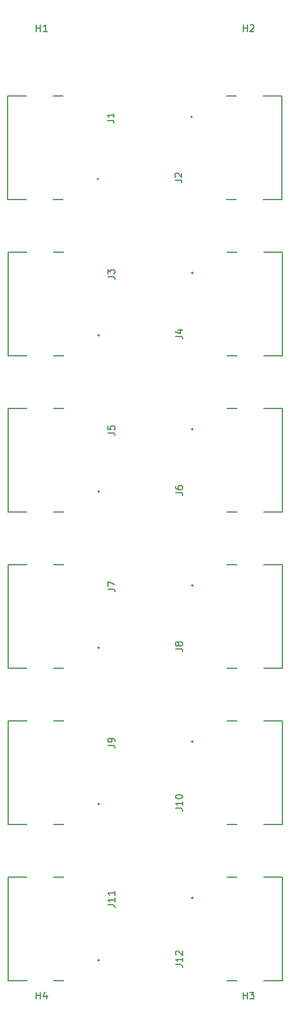
<source format=gbr>
%TF.GenerationSoftware,KiCad,Pcbnew,6.0.7-1.fc36*%
%TF.CreationDate,2022-07-28T17:35:04+01:00*%
%TF.ProjectId,pc070_aida_hdmi_rpc_hdmi,70633037-305f-4616-9964-615f68646d69,rev?*%
%TF.SameCoordinates,Original*%
%TF.FileFunction,Legend,Top*%
%TF.FilePolarity,Positive*%
%FSLAX46Y46*%
G04 Gerber Fmt 4.6, Leading zero omitted, Abs format (unit mm)*
G04 Created by KiCad (PCBNEW 6.0.7-1.fc36) date 2022-07-28 17:35:04*
%MOMM*%
%LPD*%
G01*
G04 APERTURE LIST*
%ADD10C,0.150000*%
%ADD11C,0.200000*%
G04 APERTURE END LIST*
D10*
%TO.C,J2*%
X94317380Y-63143333D02*
X95031666Y-63143333D01*
X95174523Y-63190952D01*
X95269761Y-63286190D01*
X95317380Y-63429047D01*
X95317380Y-63524285D01*
X94412619Y-62714761D02*
X94365000Y-62667142D01*
X94317380Y-62571904D01*
X94317380Y-62333809D01*
X94365000Y-62238571D01*
X94412619Y-62190952D01*
X94507857Y-62143333D01*
X94603095Y-62143333D01*
X94745952Y-62190952D01*
X95317380Y-62762380D01*
X95317380Y-62143333D01*
%TO.C,J9*%
X84587380Y-144917333D02*
X85301666Y-144917333D01*
X85444523Y-144964952D01*
X85539761Y-145060190D01*
X85587380Y-145203047D01*
X85587380Y-145298285D01*
X85587380Y-144393523D02*
X85587380Y-144203047D01*
X85539761Y-144107809D01*
X85492142Y-144060190D01*
X85349285Y-143964952D01*
X85158809Y-143917333D01*
X84777857Y-143917333D01*
X84682619Y-143964952D01*
X84635000Y-144012571D01*
X84587380Y-144107809D01*
X84587380Y-144298285D01*
X84635000Y-144393523D01*
X84682619Y-144441142D01*
X84777857Y-144488761D01*
X85015952Y-144488761D01*
X85111190Y-144441142D01*
X85158809Y-144393523D01*
X85206428Y-144298285D01*
X85206428Y-144107809D01*
X85158809Y-144012571D01*
X85111190Y-143964952D01*
X85015952Y-143917333D01*
%TO.C,H3*%
X104238095Y-181652380D02*
X104238095Y-180652380D01*
X104238095Y-181128571D02*
X104809523Y-181128571D01*
X104809523Y-181652380D02*
X104809523Y-180652380D01*
X105190476Y-180652380D02*
X105809523Y-180652380D01*
X105476190Y-181033333D01*
X105619047Y-181033333D01*
X105714285Y-181080952D01*
X105761904Y-181128571D01*
X105809523Y-181223809D01*
X105809523Y-181461904D01*
X105761904Y-181557142D01*
X105714285Y-181604761D01*
X105619047Y-181652380D01*
X105333333Y-181652380D01*
X105238095Y-181604761D01*
X105190476Y-181557142D01*
%TO.C,H4*%
X74238095Y-181652380D02*
X74238095Y-180652380D01*
X74238095Y-181128571D02*
X74809523Y-181128571D01*
X74809523Y-181652380D02*
X74809523Y-180652380D01*
X75714285Y-180985714D02*
X75714285Y-181652380D01*
X75476190Y-180604761D02*
X75238095Y-181319047D01*
X75857142Y-181319047D01*
%TO.C,J8*%
X94407380Y-130961333D02*
X95121666Y-130961333D01*
X95264523Y-131008952D01*
X95359761Y-131104190D01*
X95407380Y-131247047D01*
X95407380Y-131342285D01*
X94835952Y-130342285D02*
X94788333Y-130437523D01*
X94740714Y-130485142D01*
X94645476Y-130532761D01*
X94597857Y-130532761D01*
X94502619Y-130485142D01*
X94455000Y-130437523D01*
X94407380Y-130342285D01*
X94407380Y-130151809D01*
X94455000Y-130056571D01*
X94502619Y-130008952D01*
X94597857Y-129961333D01*
X94645476Y-129961333D01*
X94740714Y-130008952D01*
X94788333Y-130056571D01*
X94835952Y-130151809D01*
X94835952Y-130342285D01*
X94883571Y-130437523D01*
X94931190Y-130485142D01*
X95026428Y-130532761D01*
X95216904Y-130532761D01*
X95312142Y-130485142D01*
X95359761Y-130437523D01*
X95407380Y-130342285D01*
X95407380Y-130151809D01*
X95359761Y-130056571D01*
X95312142Y-130008952D01*
X95216904Y-129961333D01*
X95026428Y-129961333D01*
X94931190Y-130008952D01*
X94883571Y-130056571D01*
X94835952Y-130151809D01*
%TO.C,J6*%
X94407380Y-108355333D02*
X95121666Y-108355333D01*
X95264523Y-108402952D01*
X95359761Y-108498190D01*
X95407380Y-108641047D01*
X95407380Y-108736285D01*
X94407380Y-107450571D02*
X94407380Y-107641047D01*
X94455000Y-107736285D01*
X94502619Y-107783904D01*
X94645476Y-107879142D01*
X94835952Y-107926761D01*
X95216904Y-107926761D01*
X95312142Y-107879142D01*
X95359761Y-107831523D01*
X95407380Y-107736285D01*
X95407380Y-107545809D01*
X95359761Y-107450571D01*
X95312142Y-107402952D01*
X95216904Y-107355333D01*
X94978809Y-107355333D01*
X94883571Y-107402952D01*
X94835952Y-107450571D01*
X94788333Y-107545809D01*
X94788333Y-107736285D01*
X94835952Y-107831523D01*
X94883571Y-107879142D01*
X94978809Y-107926761D01*
%TO.C,J12*%
X94407380Y-176649523D02*
X95121666Y-176649523D01*
X95264523Y-176697142D01*
X95359761Y-176792380D01*
X95407380Y-176935238D01*
X95407380Y-177030476D01*
X95407380Y-175649523D02*
X95407380Y-176220952D01*
X95407380Y-175935238D02*
X94407380Y-175935238D01*
X94550238Y-176030476D01*
X94645476Y-176125714D01*
X94693095Y-176220952D01*
X94502619Y-175268571D02*
X94455000Y-175220952D01*
X94407380Y-175125714D01*
X94407380Y-174887619D01*
X94455000Y-174792380D01*
X94502619Y-174744761D01*
X94597857Y-174697142D01*
X94693095Y-174697142D01*
X94835952Y-174744761D01*
X95407380Y-175316190D01*
X95407380Y-174697142D01*
%TO.C,J3*%
X84587380Y-77099333D02*
X85301666Y-77099333D01*
X85444523Y-77146952D01*
X85539761Y-77242190D01*
X85587380Y-77385047D01*
X85587380Y-77480285D01*
X84587380Y-76718380D02*
X84587380Y-76099333D01*
X84968333Y-76432666D01*
X84968333Y-76289809D01*
X85015952Y-76194571D01*
X85063571Y-76146952D01*
X85158809Y-76099333D01*
X85396904Y-76099333D01*
X85492142Y-76146952D01*
X85539761Y-76194571D01*
X85587380Y-76289809D01*
X85587380Y-76575523D01*
X85539761Y-76670761D01*
X85492142Y-76718380D01*
%TO.C,J1*%
X84497380Y-54493333D02*
X85211666Y-54493333D01*
X85354523Y-54540952D01*
X85449761Y-54636190D01*
X85497380Y-54779047D01*
X85497380Y-54874285D01*
X85497380Y-53493333D02*
X85497380Y-54064761D01*
X85497380Y-53779047D02*
X84497380Y-53779047D01*
X84640238Y-53874285D01*
X84735476Y-53969523D01*
X84783095Y-54064761D01*
%TO.C,H2*%
X104238095Y-41652380D02*
X104238095Y-40652380D01*
X104238095Y-41128571D02*
X104809523Y-41128571D01*
X104809523Y-41652380D02*
X104809523Y-40652380D01*
X105238095Y-40747619D02*
X105285714Y-40700000D01*
X105380952Y-40652380D01*
X105619047Y-40652380D01*
X105714285Y-40700000D01*
X105761904Y-40747619D01*
X105809523Y-40842857D01*
X105809523Y-40938095D01*
X105761904Y-41080952D01*
X105190476Y-41652380D01*
X105809523Y-41652380D01*
%TO.C,J7*%
X84587380Y-122311333D02*
X85301666Y-122311333D01*
X85444523Y-122358952D01*
X85539761Y-122454190D01*
X85587380Y-122597047D01*
X85587380Y-122692285D01*
X84587380Y-121930380D02*
X84587380Y-121263714D01*
X85587380Y-121692285D01*
%TO.C,J11*%
X84587380Y-167999523D02*
X85301666Y-167999523D01*
X85444523Y-168047142D01*
X85539761Y-168142380D01*
X85587380Y-168285238D01*
X85587380Y-168380476D01*
X85587380Y-166999523D02*
X85587380Y-167570952D01*
X85587380Y-167285238D02*
X84587380Y-167285238D01*
X84730238Y-167380476D01*
X84825476Y-167475714D01*
X84873095Y-167570952D01*
X85587380Y-166047142D02*
X85587380Y-166618571D01*
X85587380Y-166332857D02*
X84587380Y-166332857D01*
X84730238Y-166428095D01*
X84825476Y-166523333D01*
X84873095Y-166618571D01*
%TO.C,H1*%
X74238095Y-41652380D02*
X74238095Y-40652380D01*
X74238095Y-41128571D02*
X74809523Y-41128571D01*
X74809523Y-41652380D02*
X74809523Y-40652380D01*
X75809523Y-41652380D02*
X75238095Y-41652380D01*
X75523809Y-41652380D02*
X75523809Y-40652380D01*
X75428571Y-40795238D01*
X75333333Y-40890476D01*
X75238095Y-40938095D01*
%TO.C,J4*%
X94407380Y-85749333D02*
X95121666Y-85749333D01*
X95264523Y-85796952D01*
X95359761Y-85892190D01*
X95407380Y-86035047D01*
X95407380Y-86130285D01*
X94740714Y-84844571D02*
X95407380Y-84844571D01*
X94359761Y-85082666D02*
X95074047Y-85320761D01*
X95074047Y-84701714D01*
%TO.C,J10*%
X94407380Y-154043523D02*
X95121666Y-154043523D01*
X95264523Y-154091142D01*
X95359761Y-154186380D01*
X95407380Y-154329238D01*
X95407380Y-154424476D01*
X95407380Y-153043523D02*
X95407380Y-153614952D01*
X95407380Y-153329238D02*
X94407380Y-153329238D01*
X94550238Y-153424476D01*
X94645476Y-153519714D01*
X94693095Y-153614952D01*
X94407380Y-152424476D02*
X94407380Y-152329238D01*
X94455000Y-152234000D01*
X94502619Y-152186380D01*
X94597857Y-152138761D01*
X94788333Y-152091142D01*
X95026428Y-152091142D01*
X95216904Y-152138761D01*
X95312142Y-152186380D01*
X95359761Y-152234000D01*
X95407380Y-152329238D01*
X95407380Y-152424476D01*
X95359761Y-152519714D01*
X95312142Y-152567333D01*
X95216904Y-152614952D01*
X95026428Y-152662571D01*
X94788333Y-152662571D01*
X94597857Y-152614952D01*
X94502619Y-152567333D01*
X94455000Y-152519714D01*
X94407380Y-152424476D01*
%TO.C,J5*%
X84587380Y-99705333D02*
X85301666Y-99705333D01*
X85444523Y-99752952D01*
X85539761Y-99848190D01*
X85587380Y-99991047D01*
X85587380Y-100086285D01*
X84587380Y-98752952D02*
X84587380Y-99229142D01*
X85063571Y-99276761D01*
X85015952Y-99229142D01*
X84968333Y-99133904D01*
X84968333Y-98895809D01*
X85015952Y-98800571D01*
X85063571Y-98752952D01*
X85158809Y-98705333D01*
X85396904Y-98705333D01*
X85492142Y-98752952D01*
X85539761Y-98800571D01*
X85587380Y-98895809D01*
X85587380Y-99133904D01*
X85539761Y-99229142D01*
X85492142Y-99276761D01*
D11*
%TO.C,J2*%
X109860000Y-50980000D02*
X107150000Y-50980000D01*
X103250000Y-65990000D02*
X101800000Y-65990000D01*
X109860000Y-65990000D02*
X109860000Y-50980000D01*
X103250000Y-50980000D02*
X101800000Y-50980000D01*
X107150000Y-65990000D02*
X109860000Y-65990000D01*
X96846000Y-53985000D02*
G75*
G03*
X96846000Y-53985000I-100000J0D01*
G01*
%TO.C,J9*%
X70140000Y-156414000D02*
X72850000Y-156414000D01*
X76750000Y-156414000D02*
X78200000Y-156414000D01*
X76750000Y-141404000D02*
X78200000Y-141404000D01*
X72850000Y-141404000D02*
X70140000Y-141404000D01*
X70140000Y-141404000D02*
X70140000Y-156414000D01*
X83354000Y-153409000D02*
G75*
G03*
X83354000Y-153409000I-100000J0D01*
G01*
%TO.C,J8*%
X103340000Y-118798000D02*
X101890000Y-118798000D01*
X103340000Y-133808000D02*
X101890000Y-133808000D01*
X109950000Y-118798000D02*
X107240000Y-118798000D01*
X109950000Y-133808000D02*
X109950000Y-118798000D01*
X107240000Y-133808000D02*
X109950000Y-133808000D01*
X96936000Y-121803000D02*
G75*
G03*
X96936000Y-121803000I-100000J0D01*
G01*
%TO.C,J6*%
X109950000Y-96192000D02*
X107240000Y-96192000D01*
X103340000Y-96192000D02*
X101890000Y-96192000D01*
X107240000Y-111202000D02*
X109950000Y-111202000D01*
X103340000Y-111202000D02*
X101890000Y-111202000D01*
X109950000Y-111202000D02*
X109950000Y-96192000D01*
X96936000Y-99197000D02*
G75*
G03*
X96936000Y-99197000I-100000J0D01*
G01*
%TO.C,J12*%
X109950000Y-164010000D02*
X107240000Y-164010000D01*
X103340000Y-164010000D02*
X101890000Y-164010000D01*
X107240000Y-179020000D02*
X109950000Y-179020000D01*
X103340000Y-179020000D02*
X101890000Y-179020000D01*
X109950000Y-179020000D02*
X109950000Y-164010000D01*
X96936000Y-167015000D02*
G75*
G03*
X96936000Y-167015000I-100000J0D01*
G01*
%TO.C,J3*%
X72850000Y-73586000D02*
X70140000Y-73586000D01*
X76750000Y-73586000D02*
X78200000Y-73586000D01*
X76750000Y-88596000D02*
X78200000Y-88596000D01*
X70140000Y-88596000D02*
X72850000Y-88596000D01*
X70140000Y-73586000D02*
X70140000Y-88596000D01*
X83354000Y-85591000D02*
G75*
G03*
X83354000Y-85591000I-100000J0D01*
G01*
%TO.C,J1*%
X70050000Y-50980000D02*
X70050000Y-65990000D01*
X76660000Y-65990000D02*
X78110000Y-65990000D01*
X76660000Y-50980000D02*
X78110000Y-50980000D01*
X70050000Y-65990000D02*
X72760000Y-65990000D01*
X72760000Y-50980000D02*
X70050000Y-50980000D01*
X83264000Y-62985000D02*
G75*
G03*
X83264000Y-62985000I-100000J0D01*
G01*
%TO.C,J7*%
X70140000Y-133808000D02*
X72850000Y-133808000D01*
X76750000Y-118798000D02*
X78200000Y-118798000D01*
X70140000Y-118798000D02*
X70140000Y-133808000D01*
X72850000Y-118798000D02*
X70140000Y-118798000D01*
X76750000Y-133808000D02*
X78200000Y-133808000D01*
X83354000Y-130803000D02*
G75*
G03*
X83354000Y-130803000I-100000J0D01*
G01*
%TO.C,J11*%
X70140000Y-164010000D02*
X70140000Y-179020000D01*
X72850000Y-164010000D02*
X70140000Y-164010000D01*
X76750000Y-179020000D02*
X78200000Y-179020000D01*
X76750000Y-164010000D02*
X78200000Y-164010000D01*
X70140000Y-179020000D02*
X72850000Y-179020000D01*
X83354000Y-176015000D02*
G75*
G03*
X83354000Y-176015000I-100000J0D01*
G01*
%TO.C,J4*%
X103340000Y-88596000D02*
X101890000Y-88596000D01*
X103340000Y-73586000D02*
X101890000Y-73586000D01*
X109950000Y-73586000D02*
X107240000Y-73586000D01*
X107240000Y-88596000D02*
X109950000Y-88596000D01*
X109950000Y-88596000D02*
X109950000Y-73586000D01*
X96936000Y-76591000D02*
G75*
G03*
X96936000Y-76591000I-100000J0D01*
G01*
%TO.C,J10*%
X107240000Y-156414000D02*
X109950000Y-156414000D01*
X109950000Y-141404000D02*
X107240000Y-141404000D01*
X103340000Y-156414000D02*
X101890000Y-156414000D01*
X103340000Y-141404000D02*
X101890000Y-141404000D01*
X109950000Y-156414000D02*
X109950000Y-141404000D01*
X96936000Y-144409000D02*
G75*
G03*
X96936000Y-144409000I-100000J0D01*
G01*
%TO.C,J5*%
X72850000Y-96192000D02*
X70140000Y-96192000D01*
X76750000Y-96192000D02*
X78200000Y-96192000D01*
X70140000Y-111202000D02*
X72850000Y-111202000D01*
X76750000Y-111202000D02*
X78200000Y-111202000D01*
X70140000Y-96192000D02*
X70140000Y-111202000D01*
X83354000Y-108197000D02*
G75*
G03*
X83354000Y-108197000I-100000J0D01*
G01*
%TD*%
M02*

</source>
